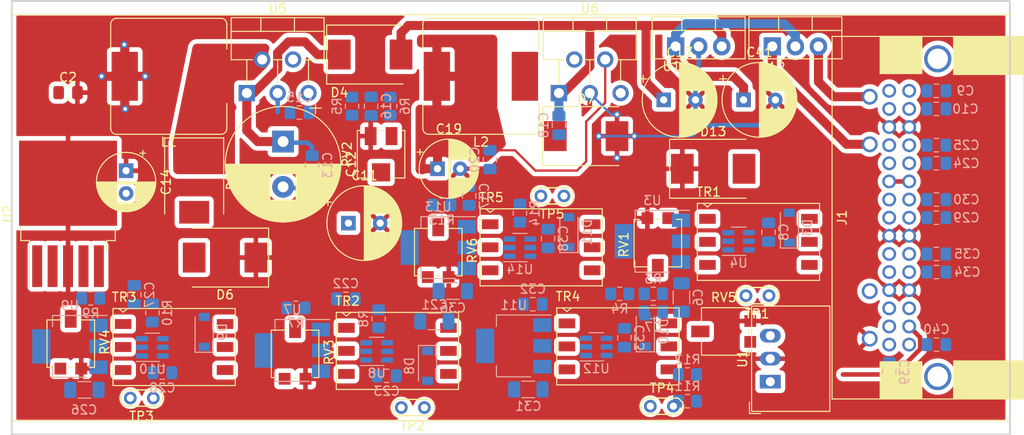
<source format=kicad_pcb>
(kicad_pcb (version 20211014) (generator pcbnew)
  (layers (0 "F.Cu" signal) (31 "B.Cu" signal) (34 "B.Paste" user) (35 "F.Paste" user) (36 "B.SilkS" user "B.Silkscreen") (37 "F.SilkS" user "F.Silkscreen") (38 "B.Mask" user) (39 "F.Mask" user) (44 "Edge.Cuts" user))
  (net 0 "")
  (net 1 "GND")
  (net 2 "Net-(C1-Pad1)")
  (net 3 "/FILAMENT_05A")
  (net 4 "/FILAMENT_03A")
  (net 5 "/FILAMENT_04A")
  (net 6 "/FILAMENT_01A")
  (net 7 "/FILAMENT_02A")
  (net 8 "/FILAMENT_05B")
  (net 9 "/FILAMENT_03B")
  (net 10 "/FILAMENT_04B")
  (net 11 "/FILAMENT_01B")
  (net 12 "/FILAMENT_02B")
  (net 13 "/-22.5V_BIAS")
  (net 14 "Net-(C7-Pad1)")
  (net 15 "Net-(C8-Pad1)")
  (net 16 "Net-(C10-Pad1)")
  (net 17 "Net-(C11-Pad1)")
  (net 18 "Net-(R7-Pad1)")
  (net 19 "Net-(C22-Pad1)")
  (net 20 "Net-(R11-Pad1)")
  (net 21 "Net-(TR1-Pad3)")
  (net 22 "Net-(TR1-Pad1)")
  (net 23 "Net-(TR2-Pad3)")
  (net 24 "Net-(TR2-Pad1)")
  (net 25 "Net-(TR3-Pad3)")
  (net 26 "Net-(TR3-Pad1)")
  (net 27 "Net-(TR4-Pad3)")
  (net 28 "Net-(TR4-Pad1)")
  (net 29 "Net-(TR5-Pad3)")
  (net 30 "Net-(TR5-Pad1)")
  (net 31 "Net-(C27-Pad1)")
  (net 32 "Net-(C32-Pad1)")
  (net 33 "/Negative Supply/Feedback")
  (net 34 "Net-(C38-Pad1)")
  (net 35 "Net-(C39-Pad1)")
  (net 36 "Net-(C41-Pad1)")
  (net 37 "Net-(C24-Pad1)")
  (net 38 "Net-(D7-Pad1)")
  (net 39 "Net-(C29-Pad1)")
  (net 40 "Net-(R3-Pad1)")
  (net 41 "Net-(C34-Pad1)")
  (net 42 "Net-(R5-Pad2)")
  (net 43 "Net-(R13-Pad1)")
  (net 44 "Net-(C4-Pad2)")
  (net 45 "Net-(R9-Pad1)")
  (net 49 "Net-(C23-Pad1)")
  (net 50 "Net-(C28-Pad1)")
  (net 51 "Net-(C33-Pad1)")
  (net 53 "/+12V_2_PROTECT")
  (net 54 "Net-(C37-Pad1)")
  (net 55 "Net-(D5-Pad1)")
  (net 57 "+5VD")
  (net 58 "/+12V_ACC_ON")
  (net 59 "/+12V_ON_START")
  (net 63 "+5V")
  (net 66 "/DISP_EN")
  (net 67 "/+5VA_EN")
  (net 68 "+5VA")
  (net 69 "/+12V_CONST")
  (net 70 "/TEMP_SENSE")
  (footprint "Package_TO_SOT_THT:TO-220-3_Vertical" (layer "F.Cu") (at 219.12 69.5)
    (fp_text reference "D12")
    (fp_text value "MBR20100CT-G1")
  )
  (footprint "Diode_SMD:D_SMC" (layer "F.Cu") (at 155.4 84.4 -90)
    (fp_text reference "D5")
    (fp_text value "B540C-13-F")
  )
  (footprint "Capacitor_THT:CP_Radial_D8.0mm_P3.50mm" (layer "F.Cu") (at 215.947349 75.4)
    (fp_text reference "C41")
    (fp_text value "100uF 50V")
  )
  (footprint "Package_TO_SOT_THT:TO-220-5_P3.4x3.7mm_StaggerOdd_Lead3.8mm_Vertical" (layer "F.Cu") (at 195.6 74.65)
    (fp_text reference "U6")
    (fp_text value "LM2596T-5")
  )
  (footprint "Potentiometer_SMD:Potentiometer_Vishay_TS53YL_Vertical" (layer "F.Cu") (at 213.93 100.95)
    (fp_text reference "RV5")
    (fp_text value "10k")
  )
  (footprint "Transformer_SMD:Transformer_Wuerth_750315371" (layer "F.Cu") (at 177.8 103.1)
    (fp_text reference "TR2")
    (fp_text value "Wuerth_750316031")
  )
  (footprint "Converter_DCDC:Converter_DCDC_RECOM_R-78HB-0.5_THT" (layer "F.Cu") (at 218.8925 106.4975 90)
    (fp_text reference "U1")
    (fp_text value "R-78HB5.0-0.5")
  )
  (footprint "Capacitor_THT:CP_Radial_D6.3mm_P2.50mm" (layer "F.Cu") (at 147.9 83.217621 -90)
    (fp_text reference "C14")
    (fp_text value "220u/25V")
  )
  (footprint "TestPoint:TestPoint_2Pads_Pitch2.54mm_Drill0.8mm" (layer "F.Cu") (at 180.77 109.35 180)
    (fp_text reference "TP2")
    (fp_text value "TestPoint")
  )
  (footprint "Inductor_SMD:L_Bourns_SRR1260" (layer "F.Cu") (at 152.6 72.8 180)
    (fp_text reference "L1")
    (fp_text value "33uH, 3.5A")
  )
  (footprint "Capacitor_THT:CP_Radial_D8.0mm_P3.50mm" (layer "F.Cu") (at 207.147349 75.4)
    (fp_text reference "C17")
    (fp_text value "100uF 50V")
  )
  (footprint "Capacitor_THT:CP_Radial_D8.0mm_P3.50mm" (layer "F.Cu") (at 172.4 89)
    (fp_text reference "C11")
    (fp_text value "100uF 50V")
  )
  (footprint "Personal:34961" (layer "F.Cu") (at 232 88.4 90)
    (fp_text reference "J1")
    (fp_text value "POWER SUPPLY - 0349610340")
  )
  (footprint "Capacitor_THT:CP_Radial_D6.3mm_P2.50mm" (layer "F.Cu") (at 182.217621 83)
    (fp_text reference "C19")
    (fp_text value "220u/25V")
  )
  (footprint "Potentiometer_SMD:Potentiometer_Vishay_TS53YL_Vertical" (layer "F.Cu") (at 206.5 91.2 90)
    (fp_text reference "RV1")
    (fp_text value "10k")
  )
  (footprint "Capacitor_SMD:C_0805_2012Metric_Pad1.18x1.45mm_HandSolder" (layer "F.Cu") (at 141.5 74.6)
    (fp_text reference "C2")
    (fp_text value "100n")
  )
  (footprint "Potentiometer_SMD:Potentiometer_Vishay_TS53YL_Vertical" (layer "F.Cu") (at 141.8 102.3 -90)
    (fp_text reference "RV4")
    (fp_text value "10k")
  )
  (footprint "Capacitor_THT:CP_Radial_D12.5mm_P5.00mm" (layer "F.Cu") (at 165.2 80 -90)
    (fp_text reference "C12")
    (fp_text value "470uF/50V")
  )
  (footprint "Transformer_SMD:Transformer_Wuerth_750315371" (layer "F.Cu") (at 153.19 102.67)
    (fp_text reference "TR3")
    (fp_text value "Wuerth_750316031")
  )
  (footprint "Potentiometer_SMD:Potentiometer_Vishay_TS53YL_Vertical" (layer "F.Cu") (at 166.52 103.425 -90)
    (fp_text reference "RV3")
    (fp_text value "10k")
  )
  (footprint "Package_TO_SOT_THT:TO-220-5_P3.4x3.7mm_StaggerOdd_Lead3.8mm_Vertical" (layer "F.Cu") (at 161.2 74.65)
    (fp_text reference "U5")
    (fp_text value "LM2596T-ADJ")
  )
  (footprint "Package_TO_SOT_THT:TO-220-3_Vertical" (layer "F.Cu") (at 208.46 69.5)
    (fp_text reference "U15")
    (fp_text value "L7815")
  )
  (footprint "TestPoint:TestPoint_2Pads_Pitch2.54mm_Drill0.8mm" (layer "F.Cu") (at 150.9 108.3 180)
    (fp_text reference "TP3")
    (fp_text value "TestPoint")
  )
  (footprint "Transformer_SMD:Transformer_Wuerth_750315371" (layer "F.Cu") (at 193.64 91.67)
    (fp_text reference "TR5")
    (fp_text value "Wuerth_750316031")
  )
  (footprint "Potentiometer_SMD:Potentiometer_Vishay_TS53YL_Vertical" (layer "F.Cu") (at 182.3 92.2 -90)
    (fp_text reference "RV6")
    (fp_text value "10k")
  )
  (footprint "Diode_SMD:D_SMC" (layer "F.Cu") (at 212.6 83)
    (fp_text reference "D13")
    (fp_text value "D_TVS")
  )
  (footprint "Package_TO_SOT_SMD:TO-263-5_TabPin3" (layer "F.Cu") (at 141.5 87.975 90)
    (fp_text reference "U2")
    (fp_text value "NCV4276B")
  )
  (footprint "TestPoint:TestPoint_2Pads_Pitch2.54mm_Drill0.8mm" (layer "F.Cu") (at 205.67 109.2)
    (fp_text reference "TP4")
    (fp_text value "TestPoint")
  )
  (footprint "Inductor_SMD:L_Bourns_SRR1260" (layer "F.Cu") (at 187 72.8 180)
    (fp_text reference "L2")
    (fp_text value "33uH, 3.5A")
  )
  (footprint "Diode_SMD:D_SMC" (layer "F.Cu") (at 198.6 79.4)
    (fp_text reference "D7")
    (fp_text value "B540C-13-F")
  )
  (footprint "TestPoint:TestPoint_2Pads_Pitch2.54mm_Drill0.8mm" (layer "F.Cu") (at 196.15 86 180)
    (fp_text reference "TP5")
    (fp_text value "TestPoint")
  )
  (footprint "Diode_SMD:D_SMC" (layer "F.Cu") (at 174.8 70.4)
    (fp_text reference "D4")
    (fp_text value "B540C-13-F")
  )
  (footprint "Transformer_SMD:Transformer_Wuerth_750315371" (layer "F.Cu") (at 217.59 91.07)
    (fp_text reference "TR1")
    (fp_text value "Wuerth_750316031")
  )
  (footprint "Diode_SMD:D_SMC" (layer "F.Cu") (at 158.8 92.8 180)
    (fp_text reference "D6")
    (fp_text value "1N5400")
  )
  (footprint "Potentiometer_SMD:Potentiometer_Vishay_TS53YJ_Vertical" (layer "F.Cu") (at 176 81.4 90)
    (fp_text reference "RV2")
    (fp_text value "10k")
  )
  (footprint "Transformer_SMD:Transformer_Wuerth_750315371" (layer "F.Cu") (at 202.1 102.6)
    (fp_text reference "TR4")
    (fp_text value "Wuerth_750316031")
  )
  (footprint "TestPoint:TestPoint_2Pads_Pitch2.54mm_Drill0.8mm" (layer "F.Cu") (at 218.75 97 180)
    (fp_text reference "TP1")
    (fp_text value "TestPoint")
  )
  (footprint "Diode_SMD:D_SOD-123" (layer "B.Cu") (at 205.12 100.95 90)
    (fp_text reference "D10")
    (fp_text value "D_Zener")
  )
  (footprint "Diode_SMD:D_SOD-123" (layer "B.Cu") (at 156.5 101 90)
    (fp_text reference "D9")
    (fp_text value "D_Zener")
  )
  (footprint "Capacitor_SMD:C_0805_2012Metric_Pad1.18x1.45mm_HandSolder" (layer "B.Cu") (at 237.2 74.4 180)
    (fp_text reference "C9")
    (fp_text value "100nF")
  )
  (footprint "Resistor_SMD:R_0805_2012Metric_Pad1.20x1.40mm_HandSolder" (layer "B.Cu") (at 175.72 99.55 -90)
    (fp_text reference "R8")
    (fp_text value "1k")
  )
  (footprint "Resistor_SMD:R_0805_2012Metric_Pad1.20x1.40mm_HandSolder" (layer "B.Cu") (at 191.3 87.9 90)
    (fp_text reference "R14")
    (fp_text value "1k")
  )
  (footprint "Package_TO_SOT_SMD:SOT-223-3_TabPin2" (layer "B.Cu") (at 166.22 103.05 180)
    (fp_text reference "U7")
    (fp_text value "AZ1117H-ADJ")
  )
  (footprint "Package_TO_SOT_SMD:SOT-223-3_TabPin2" (layer "B.Cu") (at 190.62 102.55 180)
    (fp_text reference "U11")
    (fp_text value "AZ1117H-ADJ")
  )
  (footprint "Capacitor_SMD:C_0805_2012Metric_Pad1.18x1.45mm_HandSolder" (layer "B.Cu") (at 194.4 90.7 90)
    (fp_text reference "C38")
    (fp_text value "100nF")
  )
  (footprint "Package_TO_SOT_SMD:SOT-223-3_TabPin2" (layer "B.Cu") (at 141.7 102.6 180)
    (fp_text reference "U9")
    (fp_text value "AZ1117H-ADJ")
  )
  (footprint "Capacitor_SMD:C_0805_2012Metric_Pad1.18x1.45mm_HandSolder" (layer "B.Cu") (at 172.12 97.35 180)
    (fp_text reference "C22")
    (fp_text value "C_Small")
  )
  (footprint "Capacitor_SMD:C_0805_2012Metric_Pad1.18x1.45mm_HandSolder" (layer "B.Cu") (at 174.9 76.1 90)
    (fp_text reference "C16")
    (fp_text value "180pF")
  )
  (footprint "Resistor_SMD:R_0805_2012Metric_Pad1.20x1.40mm_HandSolder" (layer "B.Cu") (at 166.62 98.35)
    (fp_text reference "R7")
    (fp_text value "4k7")
  )
  (footprint "Capacitor_SMD:C_0805_2012Metric_Pad1.18x1.45mm_HandSolder" (layer "B.Cu") (at 237.2 92.4 180)
    (fp_text reference "C35")
    (fp_text value "100nF")
  )
  (footprint "Capacitor_SMD:C_0805_2012Metric_Pad1.18x1.45mm_HandSolder" (layer "B.Cu") (at 237.2 82.4 180)
    (fp_text reference "C24")
    (fp_text value "100nF")
  )
  (footprint "Capacitor_SMD:C_0805_2012Metric_Pad1.18x1.45mm_HandSolder" (layer "B.Cu") (at 218.7 90 90)
    (fp_text reference "C8")
    (fp_text value "100nF")
  )
  (footprint "Resistor_SMD:R_0805_2012Metric_Pad1.20x1.40mm_HandSolder" (layer "B.Cu") (at 182.7 87)
    (fp_text reference "R13")
    (fp_text value "4k7")
  )
  (footprint "Capacitor_SMD:C_0805_2012Metric_Pad1.18x1.45mm_HandSolder" (layer "B.Cu") (at 237.2 86.4 180)
    (fp_text reference "C30")
    (fp_text value "100nF")
  )
  (footprint "Capacitor_SMD:C_0805_2012Metric_Pad1.18x1.45mm_HandSolder" (layer "B.Cu") (at 237.2 88.4 180)
    (fp_text reference "C29")
    (fp_text value "100nF")
  )
  (footprint "Resistor_SMD:R_0805_2012Metric_Pad1.20x1.40mm_HandSolder" (layer "B.Cu") (at 172.8 76.1 -90)
    (fp_text reference "R5")
    (fp_text value "10k")
  )
  (footprint "Package_TO_SOT_SMD:SOT-23-6" (layer "B.Cu") (at 150.8 102.7)
    (fp_text reference "U10")
    (fp_text value "SN6505ADBV")
  )
  (footprint "Capacitor_SMD:C_0805_2012Metric_Pad1.18x1.45mm_HandSolder" (layer "B.Cu") (at 232 105.4 90)
    (fp_text reference "C39")
    (fp_text value "100nF")
  )
  (footprint "Capacitor_SMD:C_0805_2012Metric_Pad1.18x1.45mm_HandSolder" (layer "B.Cu") (at 195.6 78.2 -90)
    (fp_text reference "C18")
    (fp_text value "C_Small")
  )
  (footprint "Capacitor_SMD:C_1206_3216Metric_Pad1.33x1.80mm_HandSolder" (layer "B.Cu") (at 143.3 107.4)
    (fp_text reference "C26")
    (fp_text value "10uF")
  )
  (footprint "Capacitor_SMD:C_1206_3216Metric_Pad1.33x1.80mm_HandSolder" (layer "B.Cu") (at 183.9 96.5)
    (fp_text reference "C36")
    (fp_text value "10uF")
  )
  (footprint "Diode_SMD:D_SOD-123" (layer "B.Cu") (at 196.7 90 90)
    (fp_text reference "D11")
    (fp_text value "D_Zener")
  )
  (footprint "Resistor_SMD:R_0805_2012Metric_Pad1.20x1.40mm_HandSolder" (layer "B.Cu") (at 206 96.8 180)
    (fp_text reference "R3")
    (fp_text value "4k7")
  )
  (footprint "Capacitor_SMD:C_0805_2012Metric_Pad1.18x1.45mm_HandSolder" (layer "B.Cu") (at 237.2 76.4 180)
    (fp_text reference "C10")
    (fp_text value "100nF")
  )
  (footprint "Capacitor_SMD:C_0805_2012Metric_Pad1.18x1.45mm_HandSolder" (layer "B.Cu") (at 151.9 105.5)
    (fp_text reference "C28")
    (fp_text value "100nF")
  )
  (footprint "Capacitor_SMD:C_0805_2012Metric_Pad1.18x1.45mm_HandSolder" (layer "B.Cu") (at 188 82 -90)
    (fp_text reference "C20")
    (fp_text value "C_Small")
  )
  (footprint "Resistor_SMD:R_0805_2012Metric_Pad1.20x1.40mm_HandSolder" (layer "B.Cu") (at 202.3 96.8)
    (fp_text reference "R4")
    (fp_text value "1k")
  )
  (footprint "Diode_SMD:D_SOD-123" (layer "B.Cu") (at 221 89.5 90)
    (fp_text reference "D3")
    (fp_text value "D_Zener")
  )
  (footprint "Diode_SMD:D_SOD-123" (layer "B.Cu") (at 181.12 104.75 -90)
    (fp_text reference "D8")
    (fp_text value "D_Zener")
  )
  (footprint "Capacitor_SMD:C_0805_2012Metric_Pad1.18x1.45mm_HandSolder" (layer "B.Cu") (at 237.2 94.4 180)
    (fp_text reference "C34")
    (fp_text value "100nF")
  )
  (footprint "Capacitor_SMD:C_0805_2012Metric_Pad1.18x1.45mm_HandSolder" (layer "B.Cu") (at 192.72 97.95 180)
    (fp_text reference "C32")
    (fp_text value "C_Small")
  )
  (footprint "Package_TO_SOT_SMD:SOT-223-3_TabPin2" (layer "B.Cu") (at 182.3 91.7 180)
    (fp_text reference "U13")
    (fp_text value "AZ1117H-ADJ")
  )
  (footprint "Capacitor_SMD:C_0805_2012Metric_Pad1.18x1.45mm_HandSolder" (layer "B.Cu") (at 237.2 80.4 180)
    (fp_text reference "C25")
    (fp_text value "100nF")
  )
  (footprint "Capacitor_SMD:C_0805_2012Metric_Pad1.18x1.45mm_HandSolder" (layer "B.Cu") (at 185.7 86 90)
    (fp_text reference "C37")
    (fp_text value "C_Small")
  )
  (footprint "Capacitor_SMD:C_1206_3216Metric_Pad1.33x1.80mm_HandSolder" (layer "B.Cu") (at 192.22 107.35)
    (fp_text reference "C31")
    (fp_text value "10uF")
  )
  (footprint "Capacitor_SMD:C_0805_2012Metric_Pad1.18x1.45mm_HandSolder" (layer "B.Cu") (at 206 98.8)
    (fp_text reference "C7")
    (fp_text value "C_Small")
  )
  (footprint "Capacitor_SMD:C_0805_2012Metric_Pad1.18x1.45mm_HandSolder" (layer "B.Cu") (at 167 76.8 180)
    (fp_text reference "C15")
    (fp_text value "C_Small")
  )
  (footprint "Capacitor_SMD:C_0805_2012Metric_Pad1.18x1.45mm_HandSolder" (layer "B.Cu") (at 202.82 101.65 90)
    (fp_text reference "C33")
    (fp_text value "100nF")
  )
  (footprint "Resistor_SMD:R_0805_2012Metric_Pad1.20x1.40mm_HandSolder" (layer "B.Cu") (at 144 97.3)
    (fp_text reference "R9")
    (fp_text value "4k7")
  )
  (footprint "Capacitor_SMD:C_0805_2012Metric_Pad1.18x1.45mm_HandSolder" (layer "B.Cu") (at 176.62 105.85)
    (fp_text reference "C23")
    (fp_text value "100nF")
  )
  (footprint "Capacitor_SMD:C_0805_2012Metric_Pad1.18x1.45mm_HandSolder" (layer "B.Cu") (at 237.2 102.4 180)
    (fp_text reference "C40")
    (fp_text value "100nF")
  )
  (footprint "Resistor_SMD:R_0805_2012Metric_Pad1.20x1.40mm_HandSolder" (layer "B.Cu") (at 209.76381 108.65 180)
    (fp_text reference "R11")
    (fp_text value "4k7")
  )
  (footprint "Capacitor_SMD:C_0805_2012Metric_Pad1.18x1.45mm_HandSolder" (layer "B.Cu") (at 148.8 96.9 90)
    (fp_text reference "C27")
    (fp_text value "C_Small")
  )
  (footprint "Package_TO_SOT_SMD:SOT-23-6" (layer "B.Cu") (at 215.4 91)
    (fp_text reference "U4")
    (fp_text value "SN6505ADBV")
  )
  (footprint "Capacitor_SMD:C_1206_3216Metric_Pad1.33x1.80mm_HandSolder" (layer "B.Cu") (at 181.87381 99.85 180)
    (fp_text reference "C21")
    (fp_text value "10uF")
  )
  (footprint "Package_TO_SOT_SMD:SOT-23-6" (layer "B.Cu") (at 199.72 102.65)
    (fp_text reference "U12")
    (fp_text value "SN6505ADBV")
  )
  (footprint "Package_TO_SOT_SMD:SOT-23-6" (layer "B.Cu") (at 191.3 91.7)
    (fp_text reference "U14")
    (fp_text value "SN6505ADBV")
  )
  (footprint "Capacitor_SMD:C_1206_3216Metric_Pad1.33x1.80mm_HandSolder" (layer "B.Cu") (at 209.1 97.2 90)
    (fp_text reference "C6")
    (fp_text value "10uF")
  )
  (footprint "Package_TO_SOT_SMD:SOT-223-3_TabPin2" (layer "B.Cu") (at 205.9 91 180)
    (fp_text reference "U3")
    (fp_text value "AZ1117H-ADJ")
  )
  (footprint "Capacitor_SMD:C_0805_2012Metric_Pad1.18x1.45mm_HandSolder" (layer "B.Cu") (at 168.4 82.6 90)
    (fp_text reference "C13")
    (fp_text value "C_Small")
  )
  (footprint "Resistor_SMD:R_0805_2012Metric_Pad1.20x1.40mm_HandSolder" (layer "B.Cu") (at 177 76.1 90)
    (fp_text reference "R6")
    (fp_text value "1k")
  )
  (footprint "Resistor_SMD:R_0805_2012Metric_Pad1.20x1.40mm_HandSolder" (layer "B.Cu") (at 150.8 98.9 90)
    (fp_text reference "R10")
    (fp_text value "1k")
  )
  (footprint "Resistor_SMD:R_0805_2012Metric_Pad1.20x1.40mm_HandSolder" (layer "B.Cu") (at 209.76381 105.7 180)
    (fp_text reference "R12")
    (fp_text value "1k")
  )
  (footprint "Package_TO_SOT_SMD:SOT-23-6" (layer "B.Cu") (at 175.52 103.15)
    (fp_text reference "U8")
    (fp_text value "SN6505ADBV")
  )
  (gr_line (start 245.3 110.8) (end 135.3 110.8) (layer "F.SilkS") (width 0.12))
  (gr_line (start 135.3 66) (end 245.3 66) (layer "F.SilkS") (width 0.12))
  (gr_rect (start 135.3 64.5) (end 245.3 112.3) (layer "Edge.Cuts") (width 0.2) (fill none))
  (segment (start 147.75 72.8) (end 147.75 76.35) (width 1) (layer "F.Cu") (net 1))
  (segment (start 202 79.4) (end 202 77) (width 0.25) (layer "F.Cu") (net 1))
  (segment (start 147.75 72.8) (end 145.2 72.8) (width 1) (layer "F.Cu") (net 1))
  (segment (start 147.75 72.8) (end 147.75 69.35) (width 1) (layer "F.Cu") (net 1))
  (segment (start 202 79.4) (end 200 79.4) (width 0.25) (layer "F.Cu") (net 1))
  (segment (start 187.9625 83) (end 188 83.0375) (width 0.5) (layer "F.Cu") (net 1))
  (segment (start 147.75 69.35) (end 147.7 69.3) (width 1) (layer "F.Cu") (net 1))
  (segment (start 147.75 76.35) (end 147.8 76.4) (width 1) (layer "F.Cu") (net 1))
  (segment (start 202 79.4) (end 203.9005 79.4) (width 0.25) (layer "F.Cu") (net 1))
  (segment (start 202 79.4) (end 202 81.8) (width 0.25) (layer "F.Cu") (net 1))
  (segment (start 147.75 72.8) (end 150 72.8) (width 1) (layer "F.Cu") (net 1))
  (segment (start 184.717621 83) (end 187.9625 83) (width 0.5) (layer "F.Cu") (net 1))
  (via (at 147.7 69.3) (size 0.8) (drill 0.4) (layers "F.Cu" "B.Cu") (net 1))
  (via (at 147.8 76.4) (size 0.8) (drill 0.4) (layers "F.Cu" "B.Cu") (net 1))
  (via (at 145.2 72.8) (size 0.8) (drill 0.4) (layers "F.Cu" "B.Cu") (net 1))
  (via (at 202 77) (size 0.8) (drill 0.4) (layers "F.Cu" "B.Cu") (net 1))
  (via (at 202 81.8) (size 0.8) (drill 0.4) (layers "F.Cu" "B.Cu") (net 1))
  (via (at 200 79.4) (size 0.8) (drill 0.4) (layers "F.Cu" "B.Cu") (net 1))
  (via (at 150 72.8) (size 0.8) (drill 0.4) (layers "F.Cu" "B.Cu") (net 1))
  (via (at 203.9005 79.4) (size 0.8) (drill 0.4) (layers "F.Cu" "B.Cu") (net 1))
  (segment (start 202 77) (end 201.35 77) (width 0.25) (layer "B.Cu") (net 1))
  (segment (start 211.6 78.2) (end 219 78.2) (width 0.5) (layer "B.Cu") (net 1))
  (segment (start 211 72.094698) (end 210.647349 72.447349) (width 0.5) (layer "B.Cu") (net 1))
  (segment (start 210.647349 75.4) (end 210.647349 72.447349) (width 0.5) (layer "B.Cu") (net 1))
  (segment (start 219 78.2) (end 219.447349 77.752651) (width 0.5) (layer "B.Cu") (net 1))
  (segment (start 210.647349 77.247349) (end 211.6 78.2) (width 0.5) (layer "B.Cu") (net 1))
  (segment (start 219.447349 77.752651) (end 219.447349 75.4) (width 0.5) (layer "B.Cu") (net 1))
  (segment (start 210.647349 75.4) (end 210.647349 77.247349) (width 0.5) (layer "B.Cu") (net 1))
  (segment (start 210.4 79.4) (end 211.6 78.2) (width 0.25) (layer "B.Cu") (net 1))
  (segment (start 211 69.5) (end 211 72.094698) (width 0.5) (layer "B.Cu") (net 1))
  (segment (start 200 79.4) (end 210.4 79.4) (width 0.25) (layer "B.Cu") (net 1))
  (segment (start 201.35 77) (end 199 74.65) (width 0.25) (layer "B.Cu") (net 1))
  (segment (start 232 84.4) (end 234.2 84.4) (width 0.5) (layer "F.Cu") (net 13))
  (segment (start 164.6 76.7625) (end 164.6 74.65) (width 0.5) (layer "B.Cu") (net 13))
  (segment (start 169 70.4) (end 167.6 69) (width 1) (layer "F.Cu") (net 17))
  (segment (start 161.2 74.65) (end 161.95 74.65) (width 1) (layer "F.Cu") (net 17))
  (segment (start 161.2 78.8) (end 161.2 74.65) (width 1) (layer "F.Cu") (net 17))
  (segment (start 165.2 80) (end 162.4 80) (width 1) (layer "F.Cu") (net 17))
  (segment (start 171.4 70.4) (end 169 70.4) (width 1) (layer "F.Cu") (net 17))
  (segment (start 167.6 69) (end 165.8 69) (width 1) (layer "F.Cu") (net 17))
  (segment (start 165.8 69) (end 164.6 70.2) (width 1) (layer "F.Cu") (net 17))
  (segment (start 164.6 72) (end 164.6 70.2) (width 1) (layer "F.Cu") (net 17))
  (segment (start 161.95 74.65) (end 164.6 72) (width 1) (layer "F.Cu") (net 17))
  (segment (start 162.4 80) (end 161.2 78.8) (width 1) (layer "F.Cu") (net 17))
  (segment (start 168.4 81.3625) (end 168.4 80.6) (width 0.5) (layer "B.Cu") (net 17))
  (segment (start 167.676041 85.123959) (end 165.2 85.123959) (width 0.5) (layer "B.Cu") (net 17))
  (segment (start 167.923959 80.123959) (end 165.2 80.123959) (width 0.5) (layer "B.Cu") (net 17))
  (segment (start 168.4 84.4) (end 167.676041 85.123959) (width 0.5) (layer "B.Cu") (net 17))
  (segment (start 168.4 83.31875) (end 168.4 84.28125) (width 0.5) (layer "B.Cu") (net 17))
  (segment (start 168.4 80.6) (end 167.923959 80.123959) (width 0.5) (layer "B.Cu") (net 17))
  (segment (start 214.8 72.8) (end 215.947349 73.947349) (width 1) (layer "F.Cu") (net 36))
  (segment (start 208.46 71.26) (end 210 72.8) (width 1) (layer "F.Cu") (net 36))
  (segment (start 215.947349 73.947349) (end 215.947349 75.4) (width 1) (layer "F.Cu") (net 36))
  (segment (start 210 72.8) (end 214.8 72.8) (width 1) (layer "F.Cu") (net 36))
  (segment (start 208.46 69.5) (end 208.46 71.26) (width 1) (layer "F.Cu") (net 36))
  (segment (start 209.6 67) (end 220.4 67) (width 1) (layer "B.Cu") (net 36))
  (segment (start 208.46 69.5) (end 208.46 68.14) (width 1) (layer "B.Cu") (net 36))
  (segment (start 221.66 69.5) (end 221.66 68.26) (width 1) (layer "B.Cu") (net 36))
  (segment (start 208.46 68.14) (end 209.6 67) (width 1) (layer "B.Cu") (net 36))
  (segment (start 221.66 68.26) (end 220.4 67) (width 1) (layer "B.Cu") (net 36))
  (segment (start 179 67.2) (end 199.1 67.2) (width 1) (layer "F.Cu") (net 53))
  (segment (start 205.2 73.452651) (end 207.147349 75.4) (width 1) (layer "F.Cu") (net 53))
  (segment (start 199 69) (end 199 67.3) (width 1) (layer "F.Cu") (net 53))
  (segment (start 178.2 68) (end 179 67.2) (width 1) (layer "F.Cu") (net 53))
  (segment (start 178.2 70.4) (end 178.2 68) (width 1) (layer "F.Cu") (net 53))
  (segment (start 205.2 67.2) (end 205.2 73.452651) (width 1) (layer "F.Cu") (net 53))
  (segment (start 199 71.713029) (end 196.063029 74.65) (width 1) (layer "F.Cu") (net 53))
  (segment (start 199 71.713029) (end 199 69) (width 1) (layer "F.Cu") (net 53))
  (segment (start 213.54 68.14) (end 213.54 69.5) (width 1) (layer "F.Cu") (net 53))
  (segment (start 205.2 67.2) (end 212.6 67.2) (width 1) (layer "F.Cu") (net 53))
  (segment (start 199 67.3) (end 199.1 67.2) (width 1) (layer "F.Cu") (net 53))
  (segment (start 199.1 67.2) (end 200.8 67.2) (width 1) (layer "F.Cu") (net 53))
  (segment (start 200.8 67.2) (end 205.2 67.2) (width 1) (layer "F.Cu") (net 53))
  (segment (start 196.063029 74.65) (end 195.6 74.65) (width 1) (layer "F.Cu") (net 53))
  (segment (start 212.6 67.2) (end 213.54 68.14) (width 1) (layer "F.Cu") (net 53))
  (segment (start 195.6 77.1625) (end 195.6 74.65) (width 1) (layer "B.Cu") (net 53))
  (segment (start 200.7 70.95) (end 200.7 75.7) (width 0.25) (layer "F.Cu") (net 57))
  (segment (start 200.7 75.7) (end 198.6 77.8) (width 0.25) (layer "F.Cu") (net 57))
  (segment (start 198.6 82.2) (end 197.6 83.2) (width 0.25) (layer "F.Cu") (net 57))
  (segment (start 182.15 71.65) (end 182.15 72.8) (width 0.25) (layer "F.Cu") (net 57))
  (segment (start 197.6 83.2) (end 193 83.2) (width 0.25) (layer "F.Cu") (net 57))
  (segment (start 190.7625 80.9625) (end 190.85 81.05) (width 0.25) (layer "F.Cu") (net 57))
  (segment (start 193 83.2) (end 190.85 81.05) (width 0.25) (layer "F.Cu") (net 57))
  (segment (start 188 80.9625) (end 190.7625 80.9625) (width 0.25) (layer "F.Cu") (net 57))
  (segment (start 198.6 77.8) (end 198.6 82.2) (width 0.25) (layer "F.Cu") (net 57))
  (segment (start 219.12 72.12) (end 219.12 69.5) (width 1) (layer "F.Cu") (net 58))
  (segment (start 229.85 80.3) (end 227.3 80.3) (width 1) (layer "F.Cu") (net 58))
  (segment (start 227.3 80.3) (end 219.12 72.12) (width 1) (layer "F.Cu") (net 58))
  (segment (start 224.2 73.4) (end 224.2 69.5) (width 1) (layer "F.Cu") (net 59))
  (segment (start 225.85 75.05) (end 224.2 73.4) (width 1) (layer "F.Cu") (net 59))
  (segment (start 229.85 75.05) (end 225.85 75.05) (width 1) (layer "F.Cu") (net 59))
  (segment (start 235.411511 101.611511) (end 235.411511 102.901825) (width 0.5) (layer "F.Cu") (net 69))
  (segment (start 232.613336 105.7) (end 226.9 105.7) (width 0.5) (layer "F.Cu") (net 69))
  (segment (start 235.411511 102.901825) (end 232.613336 105.7) (width 0.5) (layer "F.Cu") (net 69))
  (segment (start 234.2 100.4) (end 235.411511 101.611511) (width 0.5) (layer "F.Cu") (net 69))
  (zone (net 57) (net_name "+5VD") (layer "F.Cu") (priority 3) (connect_pads (clearance 0.5)) (min_thickness 1) (fill yes (thermal_gap 0.508) (thermal_bridge_width 1))
    (polygon (pts (xy 188.8 76.2) (xy 189.8 80.4) (xy 186.2 83.6) (xy 179.8 83.6) (xy 179.8 67.8) (xy 188.8 67.8)))
  )
  (zone (net 1) (net_name "GND") (layer "F.Cu") (connect_pads (clearance 0.5)) (min_thickness 0.254) (fill yes (thermal_gap 0.508) (thermal_bridge_width 0.508))
    (polygon (pts (xy 245.2 110.7) (xy 135.4 110.7) (xy 135.4 66.1) (xy 245.2 66.1)))
  )
  (zone (net 55) (net_name "Net-(D5-Pad1)") (layer "F.Cu") (priority 3) (connect_pads yes (clearance 0.5)) (min_thickness 1) (fill yes (thermal_gap 0.508) (thermal_bridge_width 1))
    (polygon (pts (xy 164.1 72.1) (xy 159.9 76.6) (xy 159.9 83.6) (xy 153.1 83.6) (xy 153.061037 80.137587) (xy 155.3 69.2) (xy 164 69.2)))
  )
)
</source>
